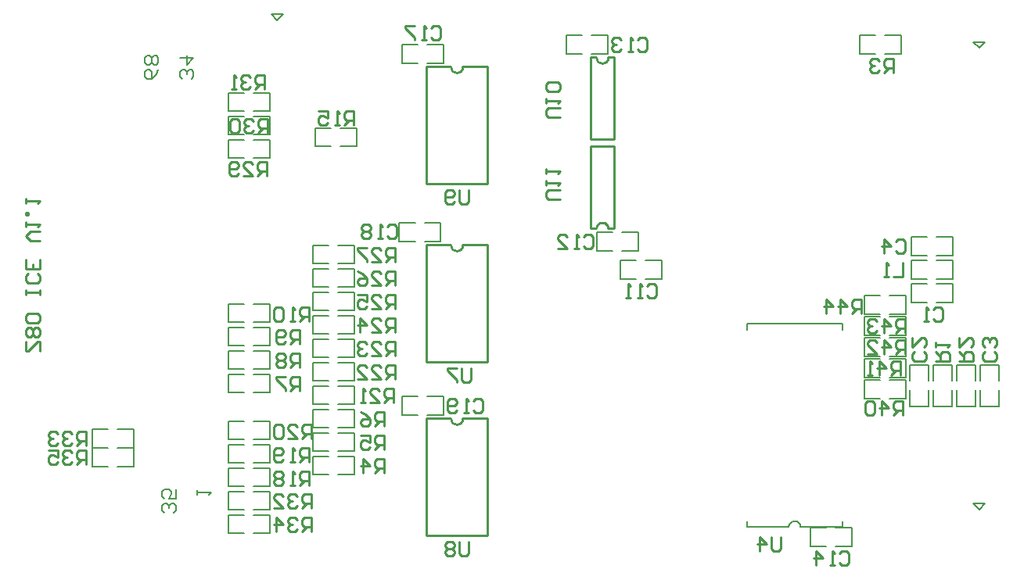
<source format=gbo>
%FSLAX44Y44*%
%MOMM*%
G71*
G01*
G75*
%ADD10C,0.2000*%
%ADD11O,2.0320X0.6096*%
%ADD12R,1.5240X1.2700*%
%ADD13R,1.5240X1.5240*%
%ADD14R,1.9050X0.4064*%
%ADD15R,0.4064X1.9050*%
%ADD16R,1.2700X1.5240*%
%ADD17O,0.6000X2.2000*%
%ADD18O,0.6000X2.2000*%
%ADD19R,0.9144X0.9144*%
%ADD20R,0.9144X1.2700*%
%ADD21R,1.5000X0.4000*%
%ADD22R,1.2700X0.9144*%
%ADD23C,1.0000*%
%ADD24C,0.3000*%
%ADD25C,0.6000*%
%ADD26C,0.8000*%
%ADD27C,0.5000*%
%ADD28C,0.2540*%
%ADD29C,0.2286*%
%ADD30C,3.6000*%
%ADD31C,1.6510*%
%ADD32C,1.4500*%
%ADD33R,1.4500X1.4500*%
%ADD34C,1.5000*%
%ADD35R,1.5000X1.5000*%
%ADD36R,1.6000X1.6000*%
%ADD37C,1.6000*%
%ADD38C,0.8000*%
%ADD39O,2.5400X0.7500*%
%ADD40R,2.5400X0.7500*%
%ADD41C,0.4000*%
%ADD42C,0.7000*%
%ADD43C,0.2500*%
%ADD44C,0.3048*%
%ADD45C,0.1500*%
D10*
X2931546Y1972977D02*
X2931062Y1975407D01*
X2929686Y1977467D01*
X2927626Y1978844D01*
X2925196Y1979327D01*
X2922766Y1978844D01*
X2920706Y1977467D01*
X2919329Y1975407D01*
X2918846Y1972977D01*
X2311956Y1991393D02*
X2329306D01*
X2311956Y2011393D02*
X2329306D01*
X2339466D02*
X2356816D01*
X2339466Y1991393D02*
X2356816D01*
X2311956D02*
Y2011393D01*
X2356816Y1991393D02*
Y2011393D01*
X2405936Y2385067D02*
Y2405067D01*
X2450796Y2385067D02*
Y2405067D01*
X2405936D02*
X2423286D01*
X2405936Y2385067D02*
X2423286D01*
X2433446D02*
X2450796D01*
X2433446Y2405067D02*
X2450796D01*
X2311956Y1965993D02*
X2329306D01*
X2311956Y1985993D02*
X2329306D01*
X2339466D02*
X2356816D01*
X2339466Y1965993D02*
X2356816D01*
X2311956D02*
Y1985993D01*
X2356816Y1965993D02*
Y1985993D01*
X2403396Y2029493D02*
Y2049493D01*
X2448256Y2029493D02*
Y2049493D01*
X2403396D02*
X2420746D01*
X2403396Y2029493D02*
X2420746D01*
X2430906D02*
X2448256D01*
X2430906Y2049493D02*
X2448256D01*
X2403396Y2054893D02*
Y2074893D01*
X2448256Y2054893D02*
Y2074893D01*
X2403396D02*
X2420746D01*
X2403396Y2054893D02*
X2420746D01*
X2430906D02*
X2448256D01*
X2430906Y2074893D02*
X2448256D01*
X2403396Y2080293D02*
Y2100293D01*
X2448256Y2080293D02*
Y2100293D01*
X2403396D02*
X2420746D01*
X2403396Y2080293D02*
X2420746D01*
X2430906D02*
X2448256D01*
X2430906Y2100293D02*
X2448256D01*
X2311956Y2118393D02*
Y2138393D01*
X2356816Y2118393D02*
Y2138393D01*
X2311956D02*
X2329306D01*
X2311956Y2118393D02*
X2329306D01*
X2339466D02*
X2356816D01*
X2339466Y2138393D02*
X2356816D01*
X2311956Y2143793D02*
Y2163793D01*
X2356816Y2143793D02*
Y2163793D01*
X2311956D02*
X2329306D01*
X2311956Y2143793D02*
X2329306D01*
X2339466D02*
X2356816D01*
X2339466Y2163793D02*
X2356816D01*
X2311956Y2169193D02*
Y2189193D01*
X2356816Y2169193D02*
Y2189193D01*
X2311956D02*
X2329306D01*
X2311956Y2169193D02*
X2329306D01*
X2339466D02*
X2356816D01*
X2339466Y2189193D02*
X2356816D01*
X2311956Y2194593D02*
Y2214593D01*
X2356816Y2194593D02*
Y2214593D01*
X2311956D02*
X2329306D01*
X2311956Y2194593D02*
X2329306D01*
X2339466D02*
X2356816D01*
X2339466Y2214593D02*
X2356816D01*
X2311956Y2016793D02*
Y2036793D01*
X2356816Y2016793D02*
Y2036793D01*
X2311956D02*
X2329306D01*
X2311956Y2016793D02*
X2329306D01*
X2339466D02*
X2356816D01*
X2339466Y2036793D02*
X2356816D01*
X2311956Y2042193D02*
Y2062193D01*
X2356816Y2042193D02*
Y2062193D01*
X2311956D02*
X2329306D01*
X2311956Y2042193D02*
X2329306D01*
X2339466D02*
X2356816D01*
X2339466Y2062193D02*
X2356816D01*
X2311956Y2067593D02*
Y2087593D01*
X2356816Y2067593D02*
Y2087593D01*
X2311956D02*
X2329306D01*
X2311956Y2067593D02*
X2329306D01*
X2339466D02*
X2356816D01*
X2339466Y2087593D02*
X2356816D01*
X2403396Y2105693D02*
Y2125693D01*
X2448256Y2105693D02*
Y2125693D01*
X2403396D02*
X2420746D01*
X2403396Y2105693D02*
X2420746D01*
X2430906D02*
X2448256D01*
X2430906Y2125693D02*
X2448256D01*
X2403396Y2131093D02*
Y2151093D01*
X2448256Y2131093D02*
Y2151093D01*
X2403396D02*
X2420746D01*
X2403396Y2131093D02*
X2420746D01*
X2430906D02*
X2448256D01*
X2430906Y2151093D02*
X2448256D01*
X2403396Y2156493D02*
Y2176493D01*
X2448256Y2156493D02*
Y2176493D01*
X2403396D02*
X2420746D01*
X2403396Y2156493D02*
X2420746D01*
X2430906D02*
X2448256D01*
X2430906Y2176493D02*
X2448256D01*
X2403396Y2181893D02*
Y2201893D01*
X2448256Y2181893D02*
Y2201893D01*
X2403396D02*
X2420746D01*
X2403396Y2181893D02*
X2420746D01*
X2430906D02*
X2448256D01*
X2430906Y2201893D02*
X2448256D01*
X2403396Y2207293D02*
Y2227293D01*
X2448256Y2207293D02*
Y2227293D01*
X2403396D02*
X2420746D01*
X2403396Y2207293D02*
X2420746D01*
X2430906D02*
X2448256D01*
X2430906Y2227293D02*
X2448256D01*
X2403396Y2232693D02*
Y2252693D01*
X2448256Y2232693D02*
Y2252693D01*
X2403396D02*
X2420746D01*
X2403396Y2232693D02*
X2420746D01*
X2430906D02*
X2448256D01*
X2430906Y2252693D02*
X2448256D01*
X2403396Y2258093D02*
Y2278093D01*
X2448256Y2258093D02*
Y2278093D01*
X2403396D02*
X2420746D01*
X2403396Y2258093D02*
X2420746D01*
X2430906D02*
X2448256D01*
X2430906Y2278093D02*
X2448256D01*
X2311956Y2372393D02*
Y2392393D01*
X2356816Y2372393D02*
Y2392393D01*
X2311956D02*
X2329306D01*
X2311956Y2372393D02*
X2329306D01*
X2339466D02*
X2356816D01*
X2339466Y2392393D02*
X2356816D01*
X2311956Y2397793D02*
Y2417793D01*
X2356816Y2397793D02*
Y2417793D01*
X2311956D02*
X2329306D01*
X2311956Y2397793D02*
X2329306D01*
X2339466D02*
X2356816D01*
X2339466Y2417793D02*
X2356816D01*
X2311956Y2423193D02*
Y2443193D01*
X2356816Y2423193D02*
Y2443193D01*
X2311956D02*
X2329306D01*
X2311956Y2423193D02*
X2329306D01*
X2339466D02*
X2356816D01*
X2339466Y2443193D02*
X2356816D01*
X2164636Y2058957D02*
Y2078957D01*
X2209496Y2058957D02*
Y2078957D01*
X2164636D02*
X2181986D01*
X2164636Y2058957D02*
X2181986D01*
X2192146D02*
X2209496D01*
X2192146Y2078957D02*
X2209496D01*
X2164636Y2038637D02*
Y2058637D01*
X2209496Y2038637D02*
Y2058637D01*
X2164636D02*
X2181986D01*
X2164636Y2038637D02*
X2181986D01*
X2192146D02*
X2209496D01*
X2192146Y2058637D02*
X2209496D01*
X3051096Y2216437D02*
Y2236437D01*
X3095956Y2216437D02*
Y2236437D01*
X3051096D02*
X3068446D01*
X3051096Y2216437D02*
X3068446D01*
X3078606D02*
X3095956D01*
X3078606Y2236437D02*
X3095956D01*
X3100356Y2148537D02*
X3120356D01*
X3100356Y2103677D02*
X3120356D01*
Y2131187D02*
Y2148537D01*
X3100356Y2131187D02*
Y2148537D01*
Y2103677D02*
Y2121027D01*
X3120356Y2103677D02*
Y2121027D01*
X3074956Y2148537D02*
X3094956D01*
X3074956Y2103677D02*
X3094956D01*
Y2131187D02*
Y2148537D01*
X3074956Y2131187D02*
Y2148537D01*
Y2103677D02*
Y2121027D01*
X3094956Y2103677D02*
Y2121027D01*
X3049556Y2103677D02*
X3069556D01*
X3049556Y2148537D02*
X3069556D01*
X3049556Y2103677D02*
Y2121027D01*
X3069556Y2103677D02*
Y2121027D01*
Y2131187D02*
Y2148537D01*
X3049556Y2131187D02*
Y2148537D01*
X3125756Y2103677D02*
X3145756D01*
X3125756Y2148537D02*
X3145756D01*
X3125756Y2103677D02*
Y2121027D01*
X3145756Y2103677D02*
Y2121027D01*
Y2131187D02*
Y2148537D01*
X3125756Y2131187D02*
Y2148537D01*
X3051096Y2241837D02*
Y2261837D01*
X3095956Y2241837D02*
Y2261837D01*
X3051096D02*
X3068446D01*
X3051096Y2241837D02*
X3068446D01*
X3078606D02*
X3095956D01*
X3078606Y2261837D02*
X3095956D01*
Y2267237D02*
Y2287237D01*
X3051096Y2267237D02*
Y2287237D01*
X3078606Y2267237D02*
X3095956D01*
X3078606Y2287237D02*
X3095956D01*
X3051096D02*
X3068446D01*
X3051096Y2267237D02*
X3068446D01*
X2995216Y2485677D02*
Y2505677D01*
X3040076Y2485677D02*
Y2505677D01*
X2995216D02*
X3012566D01*
X2995216Y2485677D02*
X3012566D01*
X3022726D02*
X3040076D01*
X3022726Y2505677D02*
X3040076D01*
X2736136Y2241837D02*
Y2261837D01*
X2780996Y2241837D02*
Y2261837D01*
X2736136D02*
X2753486D01*
X2736136Y2241837D02*
X2753486D01*
X2763646D02*
X2780996D01*
X2763646Y2261837D02*
X2780996D01*
X2710736Y2272317D02*
Y2292317D01*
X2755596Y2272317D02*
Y2292317D01*
X2710736D02*
X2728086D01*
X2710736Y2272317D02*
X2728086D01*
X2738246D02*
X2755596D01*
X2738246Y2292317D02*
X2755596D01*
X2722576Y2485677D02*
Y2505677D01*
X2677716Y2485677D02*
Y2505677D01*
X2705226Y2485677D02*
X2722576D01*
X2705226Y2505677D02*
X2722576D01*
X2677716D02*
X2695066D01*
X2677716Y2485677D02*
X2695066D01*
X2544776Y2094517D02*
Y2114517D01*
X2499916Y2094517D02*
Y2114517D01*
X2527426Y2094517D02*
X2544776D01*
X2527426Y2114517D02*
X2544776D01*
X2499916D02*
X2517266D01*
X2499916Y2094517D02*
X2517266D01*
X2496884Y2282477D02*
Y2302477D01*
X2541744Y2282477D02*
Y2302477D01*
X2496884D02*
X2514234D01*
X2496884Y2282477D02*
X2514234D01*
X2524394D02*
X2541744D01*
X2524394Y2302477D02*
X2541744D01*
X2544776Y2475517D02*
Y2495517D01*
X2499916Y2475517D02*
Y2495517D01*
X2527426Y2475517D02*
X2544776D01*
X2527426Y2495517D02*
X2544776D01*
X2499916D02*
X2517266D01*
X2499916Y2475517D02*
X2517266D01*
X2931546Y1972977D02*
X2976646D01*
Y1979427D01*
X2976646Y2186427D02*
Y2192877D01*
X2873746D02*
X2976646D01*
X2873746Y2186427D02*
Y2192877D01*
X2873746Y1972977D02*
Y1979427D01*
Y1972977D02*
X2918846D01*
X3045156Y2112297D02*
Y2132297D01*
X3000296Y2112297D02*
Y2132297D01*
X3027806Y2112297D02*
X3045156D01*
X3027806Y2132297D02*
X3045156D01*
X3000296D02*
X3017646D01*
X3000296Y2112297D02*
X3017646D01*
X2941876Y1952277D02*
Y1972277D01*
X2986736Y1952277D02*
Y1972277D01*
X2941876D02*
X2959226D01*
X2941876Y1952277D02*
X2959226D01*
X2969386D02*
X2986736D01*
X2969386Y1972277D02*
X2986736D01*
X3000296Y2180877D02*
X3017646D01*
X3000296Y2200877D02*
X3017646D01*
X3027805D02*
X3045156D01*
X3027805Y2180877D02*
X3045156D01*
X3000296D02*
Y2200877D01*
X3045156Y2180877D02*
Y2200877D01*
X3000296Y2158017D02*
X3017646D01*
X3000296Y2178017D02*
X3017646D01*
X3027805D02*
X3045156D01*
X3027805Y2158017D02*
X3045156D01*
X3000296D02*
Y2178017D01*
X3045156Y2158017D02*
Y2178017D01*
X3000296Y2135157D02*
X3017646D01*
X3000296Y2155157D02*
X3017646D01*
X3027805D02*
X3045156D01*
X3027805Y2135157D02*
X3045156D01*
X3000296D02*
Y2155157D01*
X3045156Y2135157D02*
Y2155157D01*
X3000296Y2203737D02*
X3017646D01*
X3000296Y2223737D02*
X3017646D01*
X3027805D02*
X3045156D01*
X3027805Y2203737D02*
X3045156D01*
X3000296D02*
Y2223737D01*
X3045156Y2203737D02*
Y2223737D01*
X3118566Y2498367D02*
X3131266D01*
X3124916Y2492017D02*
X3131266Y2498367D01*
X3118566D02*
X3124916Y2492017D01*
X3118566Y1998367D02*
X3131266D01*
X3124916Y1992017D02*
X3131266Y1998367D01*
X3118566D02*
X3124916Y1992017D01*
X2358566Y2528367D02*
X2371266D01*
X2364916Y2522017D02*
X2371266Y2528367D01*
X2358566D02*
X2364916Y2522017D01*
D28*
X2552826Y2471547D02*
X2553309Y2469117D01*
X2554686Y2467057D01*
X2556746Y2465680D01*
X2559176Y2465197D01*
X2561606Y2465680D01*
X2563666Y2467057D01*
X2565042Y2469117D01*
X2565526Y2471547D01*
X2710306Y2481707D02*
X2710789Y2479277D01*
X2712166Y2477217D01*
X2714226Y2475840D01*
X2716656Y2475357D01*
X2719086Y2475840D01*
X2721146Y2477217D01*
X2722522Y2479277D01*
X2723006Y2481707D01*
Y2296287D02*
X2722522Y2298717D01*
X2721146Y2300777D01*
X2719086Y2302154D01*
X2716656Y2302637D01*
X2714226Y2302154D01*
X2712166Y2300777D01*
X2710789Y2298717D01*
X2710306Y2296287D01*
X2552826Y2278507D02*
X2553309Y2276077D01*
X2554686Y2274017D01*
X2556746Y2272640D01*
X2559176Y2272157D01*
X2561606Y2272640D01*
X2563666Y2274017D01*
X2565042Y2276077D01*
X2565526Y2278507D01*
X2552826Y2090547D02*
X2553309Y2088117D01*
X2554686Y2086057D01*
X2556746Y2084680D01*
X2559176Y2084197D01*
X2561606Y2084680D01*
X2563666Y2086057D01*
X2565042Y2088117D01*
X2565526Y2090547D01*
X2592196Y2344547D02*
Y2471547D01*
X2526156Y2344547D02*
X2592196D01*
X2526156D02*
Y2471547D01*
X2552826D01*
X2565526D02*
X2592196D01*
X2729356Y2392807D02*
Y2481707D01*
X2703956Y2392807D02*
X2729356D01*
X2703956D02*
Y2481707D01*
X2710306D01*
X2723006D02*
X2729356D01*
X2703956Y2296287D02*
Y2385187D01*
X2729356D01*
Y2296287D02*
Y2385187D01*
X2723006Y2296287D02*
X2729356D01*
X2703956D02*
X2710306D01*
X2565526Y2278507D02*
X2592196D01*
X2526156D02*
X2552826D01*
X2526156Y2151507D02*
Y2278507D01*
Y2151507D02*
X2592196D01*
Y2278507D01*
Y1963547D02*
Y2090547D01*
X2526156Y1963547D02*
X2592196D01*
X2526156D02*
Y2090547D01*
X2552826D01*
X2565526D02*
X2592196D01*
X2910215Y1962272D02*
Y1949576D01*
X2907676Y1947037D01*
X2902598D01*
X2900059Y1949576D01*
Y1962272D01*
X2887363Y1947037D02*
Y1962272D01*
X2894980Y1954655D01*
X2884824D01*
X2973199Y1944493D02*
X2975738Y1947032D01*
X2980817D01*
X2983356Y1944493D01*
Y1934336D01*
X2980817Y1931797D01*
X2975738D01*
X2973199Y1934336D01*
X2968121Y1931797D02*
X2963042D01*
X2965581D01*
Y1947032D01*
X2968121Y1944493D01*
X2947807Y1931797D02*
Y1947032D01*
X2955425Y1939415D01*
X2945268D01*
X3041776Y2094357D02*
Y2109592D01*
X3034158D01*
X3031619Y2107053D01*
Y2101974D01*
X3034158Y2099435D01*
X3041776D01*
X3036697D02*
X3031619Y2094357D01*
X3018923D02*
Y2109592D01*
X3026541Y2101974D01*
X3016384D01*
X3011306Y2107053D02*
X3008766Y2109592D01*
X3003688D01*
X3001149Y2107053D01*
Y2096896D01*
X3003688Y2094357D01*
X3008766D01*
X3011306Y2096896D01*
Y2107053D01*
X3039236Y2137537D02*
Y2152772D01*
X3031618D01*
X3029079Y2150233D01*
Y2145155D01*
X3031618Y2142615D01*
X3039236D01*
X3034157D02*
X3029079Y2137537D01*
X3016383D02*
Y2152772D01*
X3024001Y2145155D01*
X3013844D01*
X3008765Y2137537D02*
X3003687D01*
X3006226D01*
Y2152772D01*
X3008765Y2150233D01*
X3044315Y2160397D02*
Y2175632D01*
X3036698D01*
X3034159Y2173093D01*
Y2168015D01*
X3036698Y2165475D01*
X3044315D01*
X3039237D02*
X3034159Y2160397D01*
X3021463D02*
Y2175632D01*
X3029081Y2168015D01*
X3018924D01*
X3003689Y2160397D02*
X3013846D01*
X3003689Y2170554D01*
Y2173093D01*
X3006228Y2175632D01*
X3011306D01*
X3013846Y2173093D01*
X3044315Y2183257D02*
Y2198492D01*
X3036698D01*
X3034159Y2195953D01*
Y2190874D01*
X3036698Y2188335D01*
X3044315D01*
X3039237D02*
X3034159Y2183257D01*
X3021463D02*
Y2198492D01*
X3029081Y2190874D01*
X3018924D01*
X3013846Y2195953D02*
X3011306Y2198492D01*
X3006228D01*
X3003689Y2195953D01*
Y2193414D01*
X3006228Y2190874D01*
X3008767D01*
X3006228D01*
X3003689Y2188335D01*
Y2185796D01*
X3006228Y2183257D01*
X3011306D01*
X3013846Y2185796D01*
X2764919Y2234053D02*
X2767458Y2236592D01*
X2772537D01*
X2775076Y2234053D01*
Y2223896D01*
X2772537Y2221357D01*
X2767458D01*
X2764919Y2223896D01*
X2759841Y2221357D02*
X2754762D01*
X2757302D01*
Y2236592D01*
X2759841Y2234053D01*
X2747145Y2221357D02*
X2742067D01*
X2744606D01*
Y2236592D01*
X2747145Y2234053D01*
X2696339Y2287393D02*
X2698878Y2289932D01*
X2703957D01*
X2706496Y2287393D01*
Y2277236D01*
X2703957Y2274697D01*
X2698878D01*
X2696339Y2277236D01*
X2691261Y2274697D02*
X2686182D01*
X2688722D01*
Y2289932D01*
X2691261Y2287393D01*
X2668408Y2274697D02*
X2678565D01*
X2668408Y2284854D01*
Y2287393D01*
X2670947Y2289932D01*
X2676026D01*
X2678565Y2287393D01*
X2754759Y2500753D02*
X2757298Y2503292D01*
X2762376D01*
X2764916Y2500753D01*
Y2490596D01*
X2762376Y2488057D01*
X2757298D01*
X2754759Y2490596D01*
X2749681Y2488057D02*
X2744602D01*
X2747141D01*
Y2503292D01*
X2749681Y2500753D01*
X2736985D02*
X2734445Y2503292D01*
X2729367D01*
X2726828Y2500753D01*
Y2498214D01*
X2729367Y2495674D01*
X2731906D01*
X2729367D01*
X2726828Y2493135D01*
Y2490596D01*
X2729367Y2488057D01*
X2734445D01*
X2736985Y2490596D01*
X2531239Y2513453D02*
X2533778Y2515992D01*
X2538857D01*
X2541396Y2513453D01*
Y2503296D01*
X2538857Y2500757D01*
X2533778D01*
X2531239Y2503296D01*
X2526161Y2500757D02*
X2521082D01*
X2523622D01*
Y2515992D01*
X2526161Y2513453D01*
X2513465Y2515992D02*
X2503308D01*
Y2513453D01*
X2513465Y2503296D01*
Y2500757D01*
X2483990Y2298105D02*
X2486529Y2300644D01*
X2491607D01*
X2494146Y2298105D01*
Y2287948D01*
X2491607Y2285409D01*
X2486529D01*
X2483990Y2287948D01*
X2478911Y2285409D02*
X2473833D01*
X2476372D01*
Y2300644D01*
X2478911Y2298105D01*
X2466216D02*
X2463676Y2300644D01*
X2458598D01*
X2456059Y2298105D01*
Y2295566D01*
X2458598Y2293027D01*
X2456059Y2290488D01*
Y2287948D01*
X2458598Y2285409D01*
X2463676D01*
X2466216Y2287948D01*
Y2290488D01*
X2463676Y2293027D01*
X2466216Y2295566D01*
Y2298105D01*
X2463676Y2293027D02*
X2458598D01*
X2576959Y2109593D02*
X2579498Y2112132D01*
X2584576D01*
X2587116Y2109593D01*
Y2099436D01*
X2584576Y2096897D01*
X2579498D01*
X2576959Y2099436D01*
X2571881Y2096897D02*
X2566802D01*
X2569341D01*
Y2112132D01*
X2571881Y2109593D01*
X2559185Y2099436D02*
X2556646Y2096897D01*
X2551567D01*
X2549028Y2099436D01*
Y2109593D01*
X2551567Y2112132D01*
X2556646D01*
X2559185Y2109593D01*
Y2107054D01*
X2556646Y2104514D01*
X2549028D01*
X3074799Y2208653D02*
X3077338Y2211192D01*
X3082417D01*
X3084956Y2208653D01*
Y2198496D01*
X3082417Y2195957D01*
X3077338D01*
X3074799Y2198496D01*
X3069721Y2195957D02*
X3064642D01*
X3067181D01*
Y2211192D01*
X3069721Y2208653D01*
X3064632Y2162934D02*
X3067171Y2160394D01*
Y2155316D01*
X3064632Y2152777D01*
X3054475D01*
X3051936Y2155316D01*
Y2160394D01*
X3054475Y2162934D01*
X3051936Y2178169D02*
Y2168012D01*
X3062093Y2178169D01*
X3064632D01*
X3067171Y2175630D01*
Y2170551D01*
X3064632Y2168012D01*
X3140832Y2162934D02*
X3143371Y2160394D01*
Y2155316D01*
X3140832Y2152777D01*
X3130675D01*
X3128136Y2155316D01*
Y2160394D01*
X3130675Y2162934D01*
X3140832Y2168012D02*
X3143371Y2170551D01*
Y2175630D01*
X3140832Y2178169D01*
X3138293D01*
X3135753Y2175630D01*
Y2173090D01*
Y2175630D01*
X3133214Y2178169D01*
X3130675D01*
X3128136Y2175630D01*
Y2170551D01*
X3130675Y2168012D01*
X3034159Y2282313D02*
X3036698Y2284852D01*
X3041776D01*
X3044316Y2282313D01*
Y2272156D01*
X3041776Y2269617D01*
X3036698D01*
X3034159Y2272156D01*
X3021463Y2269617D02*
Y2284852D01*
X3029081Y2277234D01*
X3018924D01*
X3041776Y2259452D02*
Y2244217D01*
X3031619D01*
X3026541D02*
X3021462D01*
X3024001D01*
Y2259452D01*
X3026541Y2256913D01*
X3077336Y2152777D02*
X3092571D01*
Y2160394D01*
X3090032Y2162934D01*
X3084953D01*
X3082414Y2160394D01*
Y2152777D01*
Y2157855D02*
X3077336Y2162934D01*
Y2168012D02*
Y2173090D01*
Y2170551D01*
X3092571D01*
X3090032Y2168012D01*
X3102736Y2152777D02*
X3117971D01*
Y2160394D01*
X3115432Y2162934D01*
X3110353D01*
X3107814Y2160394D01*
Y2152777D01*
Y2157855D02*
X3102736Y2162934D01*
Y2178169D02*
Y2168012D01*
X3112892Y2178169D01*
X3115432D01*
X3117971Y2175630D01*
Y2170551D01*
X3115432Y2168012D01*
X3031616Y2465197D02*
Y2480432D01*
X3023998D01*
X3021459Y2477893D01*
Y2472814D01*
X3023998Y2470275D01*
X3031616D01*
X3026537D02*
X3021459Y2465197D01*
X3016381Y2477893D02*
X3013842Y2480432D01*
X3008763D01*
X3006224Y2477893D01*
Y2475354D01*
X3008763Y2472814D01*
X3011302D01*
X3008763D01*
X3006224Y2470275D01*
Y2467736D01*
X3008763Y2465197D01*
X3013842D01*
X3016381Y2467736D01*
X2574416Y2145152D02*
Y2132456D01*
X2571877Y2129917D01*
X2566798D01*
X2564259Y2132456D01*
Y2145152D01*
X2559181D02*
X2549024D01*
Y2142613D01*
X2559181Y2132456D01*
Y2129917D01*
X2571876Y1957192D02*
Y1944496D01*
X2569337Y1941957D01*
X2564258D01*
X2561719Y1944496D01*
Y1957192D01*
X2556641Y1954653D02*
X2554102Y1957192D01*
X2549023D01*
X2546484Y1954653D01*
Y1952114D01*
X2549023Y1949574D01*
X2546484Y1947035D01*
Y1944496D01*
X2549023Y1941957D01*
X2554102D01*
X2556641Y1944496D01*
Y1947035D01*
X2554102Y1949574D01*
X2556641Y1952114D01*
Y1954653D01*
X2554102Y1949574D02*
X2549023D01*
X2571876Y2338192D02*
Y2325496D01*
X2569337Y2322957D01*
X2564258D01*
X2561719Y2325496D01*
Y2338192D01*
X2556641Y2325496D02*
X2554102Y2322957D01*
X2549023D01*
X2546484Y2325496D01*
Y2335653D01*
X2549023Y2338192D01*
X2554102D01*
X2556641Y2335653D01*
Y2333114D01*
X2554102Y2330574D01*
X2546484D01*
X2480436Y2031873D02*
Y2047108D01*
X2472818D01*
X2470279Y2044569D01*
Y2039491D01*
X2472818Y2036951D01*
X2480436D01*
X2475357D02*
X2470279Y2031873D01*
X2457583D02*
Y2047108D01*
X2465201Y2039491D01*
X2455044D01*
X2480436Y2057273D02*
Y2072508D01*
X2472818D01*
X2470279Y2069969D01*
Y2064890D01*
X2472818Y2062351D01*
X2480436D01*
X2475357D02*
X2470279Y2057273D01*
X2455044Y2072508D02*
X2465201D01*
Y2064890D01*
X2460122Y2067430D01*
X2457583D01*
X2455044Y2064890D01*
Y2059812D01*
X2457583Y2057273D01*
X2462661D01*
X2465201Y2059812D01*
X2480436Y2082673D02*
Y2097908D01*
X2472818D01*
X2470279Y2095369D01*
Y2090291D01*
X2472818Y2087751D01*
X2480436D01*
X2475357D02*
X2470279Y2082673D01*
X2455044Y2097908D02*
X2460122Y2095369D01*
X2465201Y2090291D01*
Y2085212D01*
X2462661Y2082673D01*
X2457583D01*
X2455044Y2085212D01*
Y2087751D01*
X2457583Y2090291D01*
X2465201D01*
X2388996Y2120773D02*
Y2136008D01*
X2381378D01*
X2378839Y2133469D01*
Y2128391D01*
X2381378Y2125851D01*
X2388996D01*
X2383917D02*
X2378839Y2120773D01*
X2373761Y2136008D02*
X2363604D01*
Y2133469D01*
X2373761Y2123312D01*
Y2120773D01*
X2388996Y2146173D02*
Y2161408D01*
X2381378D01*
X2378839Y2158869D01*
Y2153790D01*
X2381378Y2151251D01*
X2388996D01*
X2383917D02*
X2378839Y2146173D01*
X2373761Y2158869D02*
X2371221Y2161408D01*
X2366143D01*
X2363604Y2158869D01*
Y2156330D01*
X2366143Y2153790D01*
X2363604Y2151251D01*
Y2148712D01*
X2366143Y2146173D01*
X2371221D01*
X2373761Y2148712D01*
Y2151251D01*
X2371221Y2153790D01*
X2373761Y2156330D01*
Y2158869D01*
X2371221Y2153790D02*
X2366143D01*
X2388996Y2171573D02*
Y2186808D01*
X2381378D01*
X2378839Y2184269D01*
Y2179191D01*
X2381378Y2176651D01*
X2388996D01*
X2383917D02*
X2378839Y2171573D01*
X2373761Y2174112D02*
X2371221Y2171573D01*
X2366143D01*
X2363604Y2174112D01*
Y2184269D01*
X2366143Y2186808D01*
X2371221D01*
X2373761Y2184269D01*
Y2181730D01*
X2371221Y2179191D01*
X2363604D01*
X2399156Y2195957D02*
Y2211192D01*
X2391538D01*
X2388999Y2208653D01*
Y2203575D01*
X2391538Y2201035D01*
X2399156D01*
X2394077D02*
X2388999Y2195957D01*
X2383921D02*
X2378842D01*
X2381382D01*
Y2211192D01*
X2383921Y2208653D01*
X2371225D02*
X2368686Y2211192D01*
X2363607D01*
X2361068Y2208653D01*
Y2198496D01*
X2363607Y2195957D01*
X2368686D01*
X2371225Y2198496D01*
Y2208653D01*
X2399156Y2018157D02*
Y2033392D01*
X2391538D01*
X2388999Y2030853D01*
Y2025775D01*
X2391538Y2023235D01*
X2399156D01*
X2394077D02*
X2388999Y2018157D01*
X2383921D02*
X2378842D01*
X2381382D01*
Y2033392D01*
X2383921Y2030853D01*
X2371225D02*
X2368686Y2033392D01*
X2363607D01*
X2361068Y2030853D01*
Y2028314D01*
X2363607Y2025775D01*
X2361068Y2023235D01*
Y2020696D01*
X2363607Y2018157D01*
X2368686D01*
X2371225Y2020696D01*
Y2023235D01*
X2368686Y2025775D01*
X2371225Y2028314D01*
Y2030853D01*
X2368686Y2025775D02*
X2363607D01*
X2399156Y2043557D02*
Y2058792D01*
X2391538D01*
X2388999Y2056253D01*
Y2051174D01*
X2391538Y2048635D01*
X2399156D01*
X2394077D02*
X2388999Y2043557D01*
X2383921D02*
X2378842D01*
X2381382D01*
Y2058792D01*
X2383921Y2056253D01*
X2371225Y2046096D02*
X2368686Y2043557D01*
X2363607D01*
X2361068Y2046096D01*
Y2056253D01*
X2363607Y2058792D01*
X2368686D01*
X2371225Y2056253D01*
Y2053714D01*
X2368686Y2051174D01*
X2361068D01*
X2401696Y2068957D02*
Y2084192D01*
X2394078D01*
X2391539Y2081653D01*
Y2076575D01*
X2394078Y2074035D01*
X2401696D01*
X2396617D02*
X2391539Y2068957D01*
X2376304D02*
X2386461D01*
X2376304Y2079114D01*
Y2081653D01*
X2378843Y2084192D01*
X2383922D01*
X2386461Y2081653D01*
X2371226D02*
X2368686Y2084192D01*
X2363608D01*
X2361069Y2081653D01*
Y2071496D01*
X2363608Y2068957D01*
X2368686D01*
X2371226Y2071496D01*
Y2081653D01*
X2490596Y2108073D02*
Y2123308D01*
X2482978D01*
X2480439Y2120769D01*
Y2115690D01*
X2482978Y2113151D01*
X2490596D01*
X2485517D02*
X2480439Y2108073D01*
X2465204D02*
X2475361D01*
X2465204Y2118230D01*
Y2120769D01*
X2467743Y2123308D01*
X2472822D01*
X2475361Y2120769D01*
X2460126Y2108073D02*
X2455047D01*
X2457586D01*
Y2123308D01*
X2460126Y2120769D01*
X2492903Y2133473D02*
Y2148708D01*
X2485286D01*
X2482747Y2146169D01*
Y2141091D01*
X2485286Y2138551D01*
X2492903D01*
X2487825D02*
X2482747Y2133473D01*
X2467512D02*
X2477668D01*
X2467512Y2143630D01*
Y2146169D01*
X2470051Y2148708D01*
X2475129D01*
X2477668Y2146169D01*
X2452277Y2133473D02*
X2462433D01*
X2452277Y2143630D01*
Y2146169D01*
X2454816Y2148708D01*
X2459894D01*
X2462433Y2146169D01*
X2492903Y2158873D02*
Y2174108D01*
X2485286D01*
X2482747Y2171569D01*
Y2166490D01*
X2485286Y2163951D01*
X2492903D01*
X2487825D02*
X2482747Y2158873D01*
X2467512D02*
X2477668D01*
X2467512Y2169030D01*
Y2171569D01*
X2470051Y2174108D01*
X2475129D01*
X2477668Y2171569D01*
X2462433D02*
X2459894Y2174108D01*
X2454816D01*
X2452277Y2171569D01*
Y2169030D01*
X2454816Y2166490D01*
X2457355D01*
X2454816D01*
X2452277Y2163951D01*
Y2161412D01*
X2454816Y2158873D01*
X2459894D01*
X2462433Y2161412D01*
X2492903Y2184273D02*
Y2199508D01*
X2485286D01*
X2482747Y2196969D01*
Y2191891D01*
X2485286Y2189351D01*
X2492903D01*
X2487825D02*
X2482747Y2184273D01*
X2467512D02*
X2477668D01*
X2467512Y2194430D01*
Y2196969D01*
X2470051Y2199508D01*
X2475129D01*
X2477668Y2196969D01*
X2454816Y2184273D02*
Y2199508D01*
X2462433Y2191891D01*
X2452277D01*
X2492903Y2209673D02*
Y2224908D01*
X2485286D01*
X2482747Y2222369D01*
Y2217290D01*
X2485286Y2214751D01*
X2492903D01*
X2487825D02*
X2482747Y2209673D01*
X2467512D02*
X2477668D01*
X2467512Y2219830D01*
Y2222369D01*
X2470051Y2224908D01*
X2475129D01*
X2477668Y2222369D01*
X2452277Y2224908D02*
X2462433D01*
Y2217290D01*
X2457355Y2219830D01*
X2454816D01*
X2452277Y2217290D01*
Y2212212D01*
X2454816Y2209673D01*
X2459894D01*
X2462433Y2212212D01*
X2492903Y2235073D02*
Y2250308D01*
X2485286D01*
X2482747Y2247769D01*
Y2242690D01*
X2485286Y2240151D01*
X2492903D01*
X2487825D02*
X2482747Y2235073D01*
X2467512D02*
X2477668D01*
X2467512Y2245230D01*
Y2247769D01*
X2470051Y2250308D01*
X2475129D01*
X2477668Y2247769D01*
X2452277Y2250308D02*
X2457355Y2247769D01*
X2462433Y2242690D01*
Y2237612D01*
X2459894Y2235073D01*
X2454816D01*
X2452277Y2237612D01*
Y2240151D01*
X2454816Y2242690D01*
X2462433D01*
X2492904Y2259881D02*
Y2275116D01*
X2485286D01*
X2482747Y2272577D01*
Y2267499D01*
X2485286Y2264960D01*
X2492904D01*
X2487825D02*
X2482747Y2259881D01*
X2467512D02*
X2477668D01*
X2467512Y2270038D01*
Y2272577D01*
X2470051Y2275116D01*
X2475129D01*
X2477668Y2272577D01*
X2462433Y2275116D02*
X2452277D01*
Y2272577D01*
X2462433Y2262420D01*
Y2259881D01*
X2353436Y2353437D02*
Y2368672D01*
X2345818D01*
X2343279Y2366133D01*
Y2361055D01*
X2345818Y2358515D01*
X2353436D01*
X2348357D02*
X2343279Y2353437D01*
X2328044D02*
X2338201D01*
X2328044Y2363594D01*
Y2366133D01*
X2330583Y2368672D01*
X2335661D01*
X2338201Y2366133D01*
X2322966Y2355976D02*
X2320426Y2353437D01*
X2315348D01*
X2312809Y2355976D01*
Y2366133D01*
X2315348Y2368672D01*
X2320426D01*
X2322966Y2366133D01*
Y2363594D01*
X2320426Y2361055D01*
X2312809D01*
X2354784Y2400202D02*
Y2415437D01*
X2347167D01*
X2344628Y2412898D01*
Y2407820D01*
X2347167Y2405281D01*
X2354784D01*
X2349706D02*
X2344628Y2400202D01*
X2339549Y2412898D02*
X2337010Y2415437D01*
X2331932D01*
X2329392Y2412898D01*
Y2410359D01*
X2331932Y2407820D01*
X2334471D01*
X2331932D01*
X2329392Y2405281D01*
Y2402741D01*
X2331932Y2400202D01*
X2337010D01*
X2339549Y2402741D01*
X2324314Y2412898D02*
X2321775Y2415437D01*
X2316696D01*
X2314157Y2412898D01*
Y2402741D01*
X2316696Y2400202D01*
X2321775D01*
X2324314Y2402741D01*
Y2412898D01*
X2350896Y2447417D02*
Y2462652D01*
X2343278D01*
X2340739Y2460113D01*
Y2455034D01*
X2343278Y2452495D01*
X2350896D01*
X2345817D02*
X2340739Y2447417D01*
X2335661Y2460113D02*
X2333121Y2462652D01*
X2328043D01*
X2325504Y2460113D01*
Y2457574D01*
X2328043Y2455034D01*
X2330582D01*
X2328043D01*
X2325504Y2452495D01*
Y2449956D01*
X2328043Y2447417D01*
X2333121D01*
X2335661Y2449956D01*
X2320426Y2447417D02*
X2315347D01*
X2317886D01*
Y2462652D01*
X2320426Y2460113D01*
X2401696Y1993773D02*
Y2009008D01*
X2394078D01*
X2391539Y2006469D01*
Y2001391D01*
X2394078Y1998851D01*
X2401696D01*
X2396617D02*
X2391539Y1993773D01*
X2386461Y2006469D02*
X2383922Y2009008D01*
X2378843D01*
X2376304Y2006469D01*
Y2003930D01*
X2378843Y2001391D01*
X2381382D01*
X2378843D01*
X2376304Y1998851D01*
Y1996312D01*
X2378843Y1993773D01*
X2383922D01*
X2386461Y1996312D01*
X2361069Y1993773D02*
X2371226D01*
X2361069Y2003930D01*
Y2006469D01*
X2363608Y2009008D01*
X2368686D01*
X2371226Y2006469D01*
X2157856Y2061337D02*
Y2076572D01*
X2150238D01*
X2147699Y2074033D01*
Y2068954D01*
X2150238Y2066415D01*
X2157856D01*
X2152777D02*
X2147699Y2061337D01*
X2142621Y2074033D02*
X2140081Y2076572D01*
X2135003D01*
X2132464Y2074033D01*
Y2071494D01*
X2135003Y2068954D01*
X2137542D01*
X2135003D01*
X2132464Y2066415D01*
Y2063876D01*
X2135003Y2061337D01*
X2140081D01*
X2142621Y2063876D01*
X2127386Y2074033D02*
X2124846Y2076572D01*
X2119768D01*
X2117229Y2074033D01*
Y2071494D01*
X2119768Y2068954D01*
X2122307D01*
X2119768D01*
X2117229Y2066415D01*
Y2063876D01*
X2119768Y2061337D01*
X2124846D01*
X2127386Y2063876D01*
X2401696Y1968373D02*
Y1983608D01*
X2394078D01*
X2391539Y1981069D01*
Y1975990D01*
X2394078Y1973451D01*
X2401696D01*
X2396617D02*
X2391539Y1968373D01*
X2386461Y1981069D02*
X2383922Y1983608D01*
X2378843D01*
X2376304Y1981069D01*
Y1978530D01*
X2378843Y1975990D01*
X2381382D01*
X2378843D01*
X2376304Y1973451D01*
Y1970912D01*
X2378843Y1968373D01*
X2383922D01*
X2386461Y1970912D01*
X2363608Y1968373D02*
Y1983608D01*
X2371226Y1975990D01*
X2361069D01*
X2157856Y2041017D02*
Y2056252D01*
X2150238D01*
X2147699Y2053713D01*
Y2048634D01*
X2150238Y2046095D01*
X2157856D01*
X2152777D02*
X2147699Y2041017D01*
X2142621Y2053713D02*
X2140081Y2056252D01*
X2135003D01*
X2132464Y2053713D01*
Y2051174D01*
X2135003Y2048634D01*
X2137542D01*
X2135003D01*
X2132464Y2046095D01*
Y2043556D01*
X2135003Y2041017D01*
X2140081D01*
X2142621Y2043556D01*
X2117229Y2056252D02*
X2127386D01*
Y2048634D01*
X2122307Y2051174D01*
X2119768D01*
X2117229Y2048634D01*
Y2043556D01*
X2119768Y2041017D01*
X2124846D01*
X2127386Y2043556D01*
X2670931Y2416937D02*
X2658235D01*
X2655696Y2419476D01*
Y2424554D01*
X2658235Y2427094D01*
X2670931D01*
X2655696Y2432172D02*
Y2437250D01*
Y2434711D01*
X2670931D01*
X2668392Y2432172D01*
Y2444868D02*
X2670931Y2447407D01*
Y2452486D01*
X2668392Y2455025D01*
X2658235D01*
X2655696Y2452486D01*
Y2447407D01*
X2658235Y2444868D01*
X2668392D01*
X2670931Y2328037D02*
X2658235D01*
X2655696Y2330576D01*
Y2335654D01*
X2658235Y2338194D01*
X2670931D01*
X2655696Y2343272D02*
Y2348350D01*
Y2345811D01*
X2670931D01*
X2668392Y2343272D01*
X2655696Y2355968D02*
Y2361046D01*
Y2358507D01*
X2670931D01*
X2668392Y2355968D01*
X2448019Y2408290D02*
Y2423525D01*
X2440401D01*
X2437862Y2420986D01*
Y2415907D01*
X2440401Y2413368D01*
X2448019D01*
X2442940D02*
X2437862Y2408290D01*
X2432784D02*
X2427705D01*
X2430244D01*
Y2423525D01*
X2432784Y2420986D01*
X2409931Y2423525D02*
X2420088D01*
Y2415907D01*
X2415009Y2418447D01*
X2412470D01*
X2409931Y2415907D01*
Y2410829D01*
X2412470Y2408290D01*
X2417549D01*
X2420088Y2410829D01*
X2997393Y2204339D02*
Y2219574D01*
X2989776D01*
X2987237Y2217035D01*
Y2211956D01*
X2989776Y2209417D01*
X2997393D01*
X2992315D02*
X2987237Y2204339D01*
X2974541D02*
Y2219574D01*
X2982159Y2211956D01*
X2972002D01*
X2959306Y2204339D02*
Y2219574D01*
X2966924Y2211956D01*
X2956767D01*
X2107880Y2163930D02*
Y2174086D01*
X2105341D01*
X2095184Y2163930D01*
X2092645D01*
Y2174086D01*
X2105341Y2179165D02*
X2107880Y2181704D01*
Y2186782D01*
X2105341Y2189322D01*
X2102802D01*
X2100262Y2186782D01*
X2097723Y2189322D01*
X2095184D01*
X2092645Y2186782D01*
Y2181704D01*
X2095184Y2179165D01*
X2097723D01*
X2100262Y2181704D01*
X2102802Y2179165D01*
X2105341D01*
X2100262Y2181704D02*
Y2186782D01*
X2105341Y2194400D02*
X2107880Y2196939D01*
Y2202018D01*
X2105341Y2204557D01*
X2095184D01*
X2092645Y2202018D01*
Y2196939D01*
X2095184Y2194400D01*
X2105341D01*
X2107880Y2224870D02*
Y2229948D01*
Y2227409D01*
X2092645D01*
Y2224870D01*
Y2229948D01*
X2105341Y2247723D02*
X2107880Y2245184D01*
Y2240105D01*
X2105341Y2237566D01*
X2095184D01*
X2092645Y2240105D01*
Y2245184D01*
X2095184Y2247723D01*
X2107880Y2262958D02*
Y2252801D01*
X2092645D01*
Y2262958D01*
X2100262Y2252801D02*
Y2257879D01*
X2107880Y2283271D02*
X2097723D01*
X2092645Y2288350D01*
X2097723Y2293428D01*
X2107880D01*
X2092645Y2298506D02*
Y2303585D01*
Y2301046D01*
X2107880D01*
X2105341Y2298506D01*
X2092645Y2311202D02*
X2095184D01*
Y2313741D01*
X2092645D01*
Y2311202D01*
Y2323898D02*
Y2328976D01*
Y2326437D01*
X2107880D01*
X2105341Y2323898D01*
D45*
X2252962Y1988667D02*
X2255461Y1991166D01*
Y1996165D01*
X2252962Y1998664D01*
X2250462D01*
X2247963Y1996165D01*
Y1993665D01*
Y1996165D01*
X2245464Y1998664D01*
X2242965D01*
X2240466Y1996165D01*
Y1991166D01*
X2242965Y1988667D01*
X2255461Y2013659D02*
Y2003662D01*
X2247963D01*
X2250462Y2008660D01*
Y2011160D01*
X2247963Y2013659D01*
X2242965D01*
X2240466Y2011160D01*
Y2006161D01*
X2242965Y2003662D01*
X2278566Y2007717D02*
Y2012715D01*
Y2010216D01*
X2293561D01*
X2291062Y2007717D01*
X2272012Y2458567D02*
X2274511Y2461066D01*
Y2466065D01*
X2272012Y2468564D01*
X2269512D01*
X2267013Y2466065D01*
Y2463565D01*
Y2466065D01*
X2264514Y2468564D01*
X2262015D01*
X2259516Y2466065D01*
Y2461066D01*
X2262015Y2458567D01*
X2259516Y2481060D02*
X2274511D01*
X2267013Y2473562D01*
Y2483559D01*
X2236411Y2468564D02*
X2233912Y2463565D01*
X2228913Y2458567D01*
X2223915D01*
X2221416Y2461066D01*
Y2466065D01*
X2223915Y2468564D01*
X2226414D01*
X2228913Y2466065D01*
Y2458567D01*
X2233912Y2473562D02*
X2236411Y2476061D01*
Y2481060D01*
X2233912Y2483559D01*
X2231413D01*
X2228913Y2481060D01*
X2226414Y2483559D01*
X2223915D01*
X2221416Y2481060D01*
Y2476061D01*
X2223915Y2473562D01*
X2226414D01*
X2228913Y2476061D01*
X2231413Y2473562D01*
X2233912D01*
X2228913Y2476061D02*
Y2481060D01*
M02*

</source>
